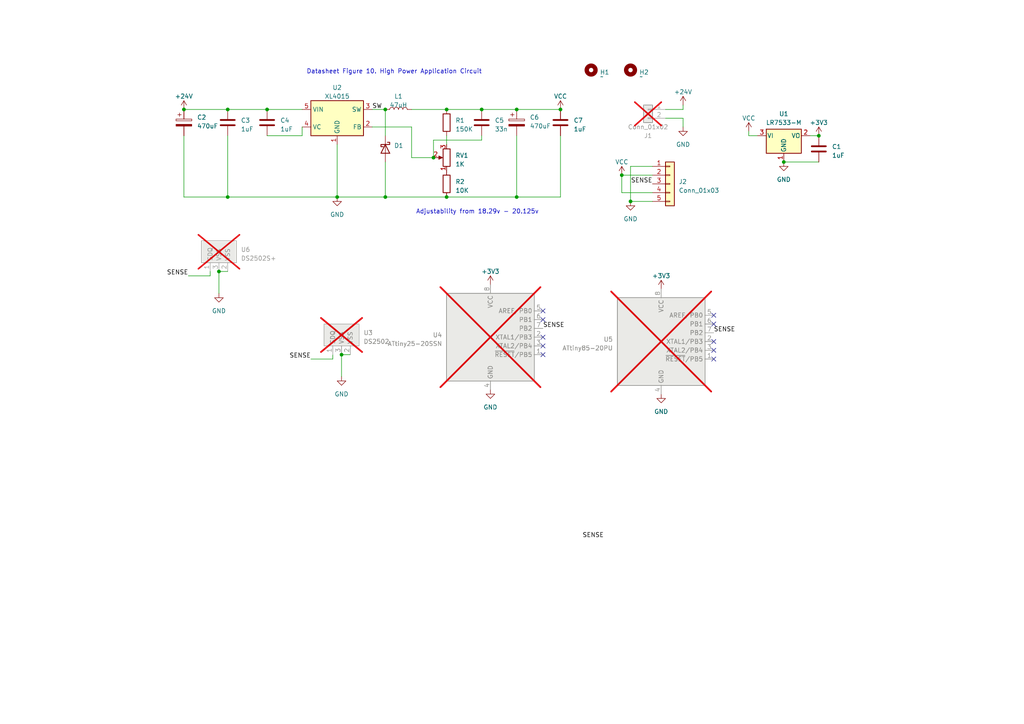
<source format=kicad_sch>
(kicad_sch (version 20230121) (generator eeschema)
  (paper "A4")
  (lib_symbols
    (symbol "Connector_Generic:Conn_01x02" (pin_names (offset 1.016) hide)
      (property "Reference" "J" (at 0 2.54 0))
      (property "Value" "Conn_01x02" (at 0 -5.08 0))
      (symbol "Conn_01x02_1_1"
        (rectangle (start -1.27 -2.413) (end 0 -2.667) (stroke (width 0.1524)))
        (rectangle (start -1.27 0.127) (end 0 -0.127) (stroke (width 0.1524)))
        (rectangle (start -1.27 1.27) (end 1.27 -3.81) (stroke (width 0.254)) (fill (type background)))
        (pin passive line (at -5.08 0 0) (length 3.81) (name "Pin_1") (number "1"))
        (pin passive line (at -5.08 -2.54 0) (length 3.81) (name "Pin_2") (number "2"))
      )
    )
    (symbol "Connector_Generic:Conn_01x05" (pin_names (offset 1.016) hide)
      (property "Reference" "J" (at 0 7.62 0))
      (property "Value" "Conn_01x05" (at 0 -7.62 0))
      (symbol "Conn_01x05_1_1"
        (rectangle (start -1.27 -4.953) (end 0 -5.207) (stroke (width 0.1524)))
        (rectangle (start -1.27 -2.413) (end 0 -2.667) (stroke (width 0.1524)))
        (rectangle (start -1.27 0.127) (end 0 -0.127) (stroke (width 0.1524)))
        (rectangle (start -1.27 2.667) (end 0 2.413) (stroke (width 0.1524)))
        (rectangle (start -1.27 5.207) (end 0 4.953) (stroke (width 0.1524)))
        (rectangle (start -1.27 6.35) (end 1.27 -6.35) (stroke (width 0.254)) (fill (type background)))
        (pin passive line (at -5.08 5.08 0) (length 3.81) (name "Pin_1") (number "1"))
        (pin passive line (at -5.08 2.54 0) (length 3.81) (name "Pin_2") (number "2"))
        (pin passive line (at -5.08 0 0) (length 3.81) (name "Pin_3") (number "3"))
        (pin passive line (at -5.08 -2.54 0) (length 3.81) (name "Pin_4") (number "4"))
        (pin passive line (at -5.08 -5.08 0) (length 3.81) (name "Pin_5") (number "5"))
      )
    )
    (symbol "Device:C" (pin_numbers hide) (pin_names (offset 0.254))
      (property "Reference" "C" (at 0.635 2.54 0))
      (property "Value" "C" (at 0.635 -2.54 0))
      (symbol "C_0_1"
        (polyline (pts (xy -2.032 -0.762) (xy 2.032 -0.762)) (stroke (width 0.508)))
        (polyline (pts (xy -2.032 0.762) (xy 2.032 0.762)) (stroke (width 0.508)))
      )
      (symbol "C_1_1"
        (pin passive line (at 0 3.81 270) (length 2.794) (name "~") (number "1"))
        (pin passive line (at 0 -3.81 90) (length 2.794) (name "~") (number "2"))
      )
    )
    (symbol "Device:C_Polarized" (pin_numbers hide) (pin_names (offset 0.254))
      (property "Reference" "C" (at 0.635 2.54 0))
      (property "Value" "C_Polarized" (at 0.635 -2.54 0))
      (symbol "C_Polarized_0_1"
        (rectangle (start -2.286 0.508) (end 2.286 1.016))
        (polyline (pts (xy -1.778 2.286) (xy -0.762 2.286)))
        (polyline (pts (xy -1.27 2.794) (xy -1.27 1.778)))
        (rectangle (start 2.286 -0.508) (end -2.286 -1.016) (fill (type outline)))
      )
      (symbol "C_Polarized_1_1"
        (pin passive line (at 0 3.81 270) (length 2.794) (name "~") (number "1"))
        (pin passive line (at 0 -3.81 90) (length 2.794) (name "~") (number "2"))
      )
    )
    (symbol "Device:D_Schottky" (pin_numbers hide) (pin_names (offset 1.016) hide)
      (property "Reference" "D" (at 0 2.54 0))
      (property "Value" "D_Schottky" (at 0 -2.54 0))
      (symbol "D_Schottky_0_1"
        (polyline (pts (xy 1.27 0) (xy -1.27 0)))
        (polyline (pts (xy 1.27 1.27) (xy 1.27 -1.27) (xy -1.27 0) (xy 1.27 1.27)) (stroke (width 0.254)))
        (polyline (pts (xy -1.905 0.635) (xy -1.905 1.27) (xy -1.27 1.27) (xy -1.27 -1.27) (xy -0.635 -1.27) (xy -0.635 -0.635)) (stroke (width 0.254)))
      )
      (symbol "D_Schottky_1_1"
        (pin passive line (at -3.81 0 0) (length 2.54) (name "K") (number "1"))
        (pin passive line (at 3.81 0 180) (length 2.54) (name "A") (number "2"))
      )
    )
    (symbol "Device:L" (pin_numbers hide) (pin_names (offset 1.016) hide)
      (property "Reference" "L" (at -1.27 0 90))
      (property "Value" "L" (at 1.905 0 90))
      (symbol "L_0_1"
        (arc (start 0 -2.54) (mid 0.6323 -1.905) (end 0 -1.27))
        (arc (start 0 -1.27) (mid 0.6323 -0.635) (end 0 0))
        (arc (start 0 0) (mid 0.6323 0.635) (end 0 1.27))
        (arc (start 0 1.27) (mid 0.6323 1.905) (end 0 2.54))
      )
      (symbol "L_1_1"
        (pin passive line (at 0 3.81 270) (length 1.27) (name "1") (number "1"))
        (pin passive line (at 0 -3.81 90) (length 1.27) (name "2") (number "2"))
      )
    )
    (symbol "Device:R" (pin_numbers hide) (pin_names (offset 0))
      (property "Reference" "R" (at 2.032 0 90))
      (property "Value" "R" (at 0 0 90))
      (symbol "R_0_1"
        (rectangle (start -1.016 -2.54) (end 1.016 2.54) (stroke (width 0.254)))
      )
      (symbol "R_1_1"
        (pin passive line (at 0 3.81 270) (length 1.27) (name "~") (number "1"))
        (pin passive line (at 0 -3.81 90) (length 1.27) (name "~") (number "2"))
      )
    )
    (symbol "Device:R_Potentiometer" (pin_names (offset 1.016) hide)
      (property "Reference" "RV" (at -4.445 0 90))
      (property "Value" "R_Potentiometer" (at -2.54 0 90))
      (symbol "R_Potentiometer_0_1"
        (polyline (pts (xy 2.54 0) (xy 1.524 0)))
        (polyline (pts (xy 1.143 0) (xy 2.286 0.508) (xy 2.286 -0.508) (xy 1.143 0)) (fill (type outline)))
        (rectangle (start 1.016 2.54) (end -1.016 -2.54) (stroke (width 0.254)))
      )
      (symbol "R_Potentiometer_1_1"
        (pin passive line (at 0 3.81 270) (length 1.27) (name "1") (number "1"))
        (pin passive line (at 3.81 0 180) (length 1.27) (name "2") (number "2"))
        (pin passive line (at 0 -3.81 90) (length 1.27) (name "3") (number "3"))
      )
    )
    (symbol "MCU_Microchip_ATtiny:ATtiny25-20SS"
      (property "Reference" "U" (at -12.7 13.97 0))
      (property "Value" "ATtiny25-20SS" (at 2.54 -13.97 0))
      (symbol "ATtiny25-20SS_0_1"
        (rectangle (start -12.7 -12.7) (end 12.7 12.7) (stroke (width 0.254)) (fill (type background)))
      )
      (symbol "ATtiny25-20SS_1_1"
        (pin bidirectional line (at 15.24 -5.08 180) (length 2.54) (name "~{RESET}/PB5") (number "1"))
        (pin bidirectional line (at 15.24 0 180) (length 2.54) (name "XTAL1/PB3") (number "2"))
        (pin bidirectional line (at 15.24 -2.54 180) (length 2.54) (name "XTAL2/PB4") (number "3"))
        (pin power_in line (at 0 -15.24 90) (length 2.54) (name "GND") (number "4"))
        (pin bidirectional line (at 15.24 7.62 180) (length 2.54) (name "AREF/PB0") (number "5"))
        (pin bidirectional line (at 15.24 5.08 180) (length 2.54) (name "PB1") (number "6"))
        (pin bidirectional line (at 15.24 2.54 180) (length 2.54) (name "PB2") (number "7"))
        (pin power_in line (at 0 15.24 270) (length 2.54) (name "VCC") (number "8"))
      )
    )
    (symbol "MCU_Microchip_ATtiny:ATtiny85-20P"
      (property "Reference" "U" (at -12.7 13.97 0))
      (property "Value" "ATtiny85-20P" (at 2.54 -13.97 0))
      (symbol "ATtiny85-20P_0_1"
        (rectangle (start -12.7 -12.7) (end 12.7 12.7) (stroke (width 0.254)) (fill (type background)))
      )
      (symbol "ATtiny85-20P_1_1"
        (pin bidirectional line (at 15.24 -5.08 180) (length 2.54) (name "~{RESET}/PB5") (number "1"))
        (pin bidirectional line (at 15.24 0 180) (length 2.54) (name "XTAL1/PB3") (number "2"))
        (pin bidirectional line (at 15.24 -2.54 180) (length 2.54) (name "XTAL2/PB4") (number "3"))
        (pin power_in line (at 0 -15.24 90) (length 2.54) (name "GND") (number "4"))
        (pin bidirectional line (at 15.24 7.62 180) (length 2.54) (name "AREF/PB0") (number "5"))
        (pin bidirectional line (at 15.24 5.08 180) (length 2.54) (name "PB1") (number "6"))
        (pin bidirectional line (at 15.24 2.54 180) (length 2.54) (name "PB2") (number "7"))
        (pin power_in line (at 0 15.24 270) (length 2.54) (name "VCC") (number "8"))
      )
    )
    (symbol "Mechanical:MountingHole" (pin_names (offset 1.016))
      (property "Reference" "H" (at 0 5.08 0))
      (property "Value" "MountingHole" (at 0 3.175 0))
      (symbol "MountingHole_0_1"
        (circle (center 0 0) (radius 1.27) (stroke (width 1.27)))
      )
    )
    (symbol "Optiplower:DS2502"
      (property "Reference" "U" (at -3.81 3.81 0))
      (property "Value" "DS2502+" (at 0 0 0))
      (symbol "DS2502_1_1"
        (rectangle (start -5.08 2.54) (end 5.08 -3.81) (fill (type background)))
        (pin input line (at -2.54 -6.35 90) (length 2.54) (name "SDQ") (number "1"))
        (pin input line (at 2.54 -6.35 90) (length 2.54) (name "VSS") (number "2"))
        (pin input line (at 0 -6.35 90) (length 2.54) (name "VSS") (number "3"))
      )
    )
    (symbol "Regulator_Linear:AZ1117-3.3" (pin_names (offset 0.254))
      (property "Reference" "U" (at -3.81 3.175 0))
      (property "Value" "AZ1117-3.3" (at 0 3.175 0))
      (symbol "AZ1117-3.3_0_1"
        (rectangle (start -5.08 1.905) (end 5.08 -5.08) (stroke (width 0.254)) (fill (type background)))
      )
      (symbol "AZ1117-3.3_1_1"
        (pin power_in line (at 0 -7.62 90) (length 2.54) (name "GND") (number "1"))
        (pin power_out line (at 7.62 0 180) (length 2.54) (name "VO") (number "2"))
        (pin power_in line (at -7.62 0 0) (length 2.54) (name "VI") (number "3"))
      )
    )
    (symbol "Regulator_Switching:XL4015"
      (property "Reference" "U?" (at -6.35 6.35 0))
      (property "Value" "XL4015" (at 6.35 6.35 0))
      (symbol "XL4015_0_1"
        (rectangle (start -7.62 5.08) (end 7.62 -5.08) (stroke (width 0.254)) (fill (type background)))
      )
      (symbol "XL4015_1_1"
        (pin power_in line (at 0 -7.62 90) (length 2.54) (name "GND") (number "1"))
        (pin input line (at 10.16 -2.54 180) (length 2.54) (name "FB") (number "2"))
        (pin power_out line (at 10.16 2.54 180) (length 2.54) (name "SW") (number "3"))
        (pin input line (at -10.16 -2.54 0) (length 2.54) (name "VC") (number "4"))
        (pin power_in line (at -10.16 2.54 0) (length 2.54) (name "VIN") (number "5"))
      )
    )
    (symbol "power:+24V" (power) (pin_names (offset 0))
      (property "Value" "+24V" (at 0 3.556 0))
      (symbol "+24V_0_1"
        (polyline (pts (xy -0.762 1.27) (xy 0 2.54)))
        (polyline (pts (xy 0 0) (xy 0 2.54)))
        (polyline (pts (xy 0 2.54) (xy 0.762 1.27)))
      )
      (symbol "+24V_1_1"
        (pin power_in line (at 0 0 90) (length 0) hide (name "+24V") (number "1"))
      )
    )
    (symbol "power:+3V3" (power) (pin_names (offset 0))
      (property "Value" "+3V3" (at 0 3.556 0))
      (symbol "+3V3_0_1"
        (polyline (pts (xy -0.762 1.27) (xy 0 2.54)))
        (polyline (pts (xy 0 0) (xy 0 2.54)))
        (polyline (pts (xy 0 2.54) (xy 0.762 1.27)))
      )
      (symbol "+3V3_1_1"
        (pin power_in line (at 0 0 90) (length 0) hide (name "+3V3") (number "1"))
      )
    )
    (symbol "power:GND" (power) (pin_names (offset 0))
      (property "Value" "GND" (at 0 -3.81 0))
      (symbol "GND_0_1"
        (polyline (pts (xy 0 0) (xy 0 -1.27) (xy 1.27 -1.27) (xy 0 -2.54) (xy -1.27 -1.27) (xy 0 -1.27)))
      )
      (symbol "GND_1_1"
        (pin power_in line (at 0 0 270) (length 0) hide (name "GND") (number "1"))
      )
    )
    (symbol "power:VCC" (power) (pin_names (offset 0))
      (property "Value" "VCC" (at 0 3.81 0))
      (symbol "VCC_0_1"
        (polyline (pts (xy -0.762 1.27) (xy 0 2.54)))
        (polyline (pts (xy 0 0) (xy 0 2.54)))
        (polyline (pts (xy 0 2.54) (xy 0.762 1.27)))
      )
      (symbol "VCC_1_1"
        (pin power_in line (at 0 0 90) (length 0) hide (name "VCC") (number "1"))
      )
    )
  )
  (junction (at 125.73 45.72))
  (junction (at 53.34 31.75))
  (junction (at 77.47 31.75))
  (junction (at 227.33 46.99))
  (junction (at 149.86 57.15))
  (junction (at 237.49 39.37))
  (junction (at 66.04 57.15))
  (junction (at 129.54 57.15))
  (junction (at 111.76 31.75))
  (junction (at 97.79 57.15))
  (junction (at 66.04 31.75))
  (junction (at 162.56 31.75))
  (junction (at 111.76 57.15))
  (junction (at 63.5 78.74))
  (junction (at 129.54 31.75))
  (junction (at 139.7 31.75))
  (junction (at 182.88 58.42))
  (junction (at 180.34 50.8))
  (junction (at 99.06 102.87))
  (junction (at 149.86 31.75))
  (no_connect (at 157.48 92.71))
  (no_connect (at 207.01 99.06))
  (no_connect (at 157.48 90.17))
  (no_connect (at 157.48 97.79))
  (no_connect (at 207.01 91.44))
  (no_connect (at 157.48 100.33))
  (no_connect (at 207.01 93.98))
  (no_connect (at 157.48 102.87))
  (no_connect (at 207.01 101.6))
  (no_connect (at 207.01 104.14))
  (wire (pts (xy 219.71 39.37) (xy 217.17 39.37)))
  (wire (pts (xy 119.38 31.75) (xy 129.54 31.75)))
  (wire (pts (xy 66.04 31.75) (xy 77.47 31.75)))
  (wire (pts (xy 53.34 31.75) (xy 66.04 31.75)))
  (wire (pts (xy 217.17 39.37) (xy 217.17 38.1)))
  (wire (pts (xy 189.23 50.8) (xy 180.34 50.8)))
  (wire (pts (xy 53.34 39.37) (xy 53.34 57.15)))
  (wire (pts (xy 227.33 46.99) (xy 237.49 46.99)))
  (wire (pts (xy 66.04 39.37) (xy 66.04 57.15)))
  (wire (pts (xy 111.76 57.15) (xy 129.54 57.15)))
  (wire (pts (xy 99.06 102.87) (xy 99.06 109.22)))
  (wire (pts (xy 77.47 31.75) (xy 87.63 31.75)))
  (wire (pts (xy 193.04 31.75) (xy 198.12 31.75)))
  (wire (pts (xy 63.5 78.74) (xy 63.5 85.09)))
  (wire (pts (xy 119.38 45.72) (xy 125.73 45.72)))
  (wire (pts (xy 87.63 39.37) (xy 87.63 36.83)))
  (wire (pts (xy 97.79 41.91) (xy 97.79 57.15)))
  (wire (pts (xy 107.95 36.83) (xy 119.38 36.83)))
  (wire (pts (xy 193.04 34.29) (xy 198.12 34.29)))
  (wire (pts (xy 60.96 78.74) (xy 60.96 80.01)))
  (wire (pts (xy 111.76 46.99) (xy 111.76 57.15)))
  (wire (pts (xy 139.7 40.64) (xy 125.73 40.64)))
  (wire (pts (xy 77.47 39.37) (xy 87.63 39.37)))
  (wire (pts (xy 119.38 36.83) (xy 119.38 45.72)))
  (wire (pts (xy 54.61 80.01) (xy 60.96 80.01)))
  (wire (pts (xy 139.7 39.37) (xy 139.7 40.64)))
  (wire (pts (xy 149.86 31.75) (xy 162.56 31.75)))
  (wire (pts (xy 182.88 58.42) (xy 189.23 58.42)))
  (wire (pts (xy 162.56 57.15) (xy 149.86 57.15)))
  (wire (pts (xy 180.34 50.8) (xy 180.34 55.88)))
  (wire (pts (xy 129.54 31.75) (xy 139.7 31.75)))
  (wire (pts (xy 149.86 57.15) (xy 129.54 57.15)))
  (wire (pts (xy 180.34 55.88) (xy 189.23 55.88)))
  (wire (pts (xy 90.17 104.14) (xy 96.52 104.14)))
  (wire (pts (xy 162.56 39.37) (xy 162.56 57.15)))
  (wire (pts (xy 97.79 57.15) (xy 111.76 57.15)))
  (wire (pts (xy 234.95 39.37) (xy 237.49 39.37)))
  (wire (pts (xy 107.95 31.75) (xy 111.76 31.75)))
  (wire (pts (xy 149.86 39.37) (xy 149.86 57.15)))
  (wire (pts (xy 198.12 34.29) (xy 198.12 36.83)))
  (wire (pts (xy 96.52 102.87) (xy 96.52 104.14)))
  (wire (pts (xy 53.34 57.15) (xy 66.04 57.15)))
  (wire (pts (xy 66.04 57.15) (xy 97.79 57.15)))
  (wire (pts (xy 129.54 39.37) (xy 129.54 41.91)))
  (wire (pts (xy 189.23 48.26) (xy 182.88 48.26)))
  (wire (pts (xy 182.88 48.26) (xy 182.88 58.42)))
  (wire (pts (xy 198.12 31.75) (xy 198.12 30.48)))
  (wire (pts (xy 111.76 31.75) (xy 111.76 39.37)))
  (wire (pts (xy 63.5 78.74) (xy 66.04 78.74)))
  (wire (pts (xy 99.06 102.87) (xy 101.6 102.87)))
  (wire (pts (xy 125.73 40.64) (xy 125.73 45.72)))
  (wire (pts (xy 139.7 31.75) (xy 149.86 31.75)))
  (text "Adjustability from 18.29v - 20.125v" (at 120.65 62.23 0) (effects (font (size 1.27 1.27)) (justify left bottom)))
  (text "Datasheet Figure 10. High Power Application Circuit" (at 88.9 21.59 0) (effects (font (size 1.27 1.27)) (justify left bottom)))
  (label "SENSE" (at 54.61 80.01 180))
  (label "SENSE" (at 90.17 104.14 180))
  (label "SENSE" (at 189.23 53.34 180))
  (label "SW" (at 107.95 31.75 0))
  (label "SENSE" (at 168.91 156.21 0))
  (label "SENSE" (at 207.01 96.52 0))
  (label "SENSE" (at 157.48 95.25 0))
  (symbol (lib_id "Device:C") (at 66.04 35.56 0) (unit 1)
    (property "Reference" "C3" (at 69.85 34.925 0) (effects (justify left)))
    (property "Value" "1uF" (at 69.85 37.465 0) (effects (justify left)))
    (property "Footprint" "Capacitor_SMD:C_0805_2012Metric_Pad1.18x1.45mm_HandSolder" (effects hide))
    (property "LCSC" "C28323" (effects hide))
    (property "SmartMatch" "1uF X7R 0805" (effects hide))
  )
  (symbol (lib_id "power:VCC") (at 180.34 50.8 0) (unit 1)
    (property "Reference" "#PWR014" (effects hide))
    (property "Value" "VCC" (at 180.34 46.99 0))
  )
  (symbol (lib_id "power:GND") (at 227.33 46.99 0) (unit 1)
    (property "Reference" "#PWR04" (effects hide))
    (property "Value" "GND" (at 227.33 52.07 0))
  )
  (symbol (lib_id "power:+3V3") (at 237.49 39.37 0) (unit 1)
    (property "Reference" "#PWR05" (effects hide))
    (property "Value" "+3V3" (at 237.49 35.56 0))
  )
  (symbol (lib_id "power:GND") (at 182.88 58.42 0) (unit 1)
    (property "Reference" "#PWR015" (effects hide))
    (property "Value" "GND" (at 182.88 63.5 0))
  )
  (symbol (lib_id "Regulator_Switching:XL4015") (at 97.79 34.29 0) (unit 1)
    (property "Reference" "U2" (at 97.79 25.4 0))
    (property "Value" "XL4015" (at 97.79 27.94 0))
    (property "Footprint" "Package_TO_SOT_SMD:TO-263-5_TabPin3" (effects hide))
    (property "Datasheet" "http://www.xlsemi.net/datasheet/XL4015%20datasheet-English.pdf" (effects hide))
    (property "LCSC" "C51661" (effects hide))
    (property "MPN" "XL4015E1 " (effects hide))
    (property "Manufacturer" "XLSEMI" (effects hide))
  )
  (symbol (lib_id "power:+24V") (at 198.12 30.48 0) (unit 1)
    (property "Reference" "#PWR02" (effects hide))
    (property "Value" "+24V" (at 198.12 26.67 0))
  )
  (symbol (lib_id "power:GND") (at 142.24 113.03 0) (unit 1)
    (property "Reference" "#PWR010" (effects hide))
    (property "Value" "GND" (at 142.24 118.11 0))
  )
  (symbol (lib_id "Device:C_Polarized") (at 149.86 35.56 0) (unit 1)
    (property "Reference" "C6" (at 153.67 34.036 0) (effects (justify left)))
    (property "Value" "470uF" (at 153.67 36.576 0) (effects (justify left)))
    (property "Footprint" "Optiplower:CP_Radial_D8.0mm_P3.50mm_H11.5" (effects hide))
    (property "LCSC" "C88730" (effects hide))
    (property "MPN" "25PX470MEFC8X11.5" (effects hide))
    (property "Manufacturer" "Rubycon" (effects hide))
  )
  (symbol (lib_id "MCU_Microchip_ATtiny:ATtiny85-20P") (at 191.77 99.06 0) (unit 1) (in_bom no) (dnp yes)
    (property "Reference" "U5" (at 177.8 98.425 0) (effects (justify right)))
    (property "Value" "ATtiny85-20PU" (at 177.8 100.965 0) (effects (justify right)))
    (property "Footprint" "Package_DIP:DIP-8_W7.62mm" (effects hide))
    (property "Datasheet" "http://ww1.microchip.com/downloads/en/DeviceDoc/atmel-2586-avr-8-bit-microcontroller-attiny25-attiny45-attiny85_datasheet.pdf" (effects hide))
    (property "LCSC" "C965497" (effects hide))
    (property "MPN" "ATtiny85-20PU" (effects hide))
    (property "Manufacturer" "Microchip" (effects hide))
    (property "Farnell PN" "1455162" (effects hide))
  )
  (symbol (lib_id "Connector_Generic:Conn_01x02") (at 187.96 31.75 0) (mirror y) (unit 1) (in_bom no) (dnp yes)
    (property "Reference" "J1" (at 187.96 39.37 0))
    (property "Value" "Conn_01x02" (at 187.96 36.83 0))
    (property "Footprint" "Optiplower:5.08_PWR_IN" (effects hide))
  )
  (symbol (lib_id "MCU_Microchip_ATtiny:ATtiny25-20SS") (at 142.24 97.79 0) (unit 1) (in_bom no) (dnp yes)
    (property "Reference" "U4" (at 128.27 97.155 0) (effects (justify right)))
    (property "Value" "ATtiny25-20SSN" (at 128.27 99.695 0) (effects (justify right)))
    (property "Footprint" "Package_SO:SOIC-8_3.9x4.9mm_P1.27mm" (effects hide))
    (property "Datasheet" "http://ww1.microchip.com/downloads/en/DeviceDoc/atmel-2586-avr-8-bit-microcontroller-attiny25-attiny45-attiny85_datasheet.pdf" (effects hide))
    (property "LCSC" "C1339960" (effects hide))
    (property "MPN" "ATtiny25-20SSN" (effects hide))
    (property "Manufacturer" "Microchip" (effects hide))
    (property "Farnell PN" "2774976" (effects hide))
  )
  (symbol (lib_id "Device:R") (at 129.54 35.56 0) (unit 1)
    (property "Reference" "R1" (at 132.08 34.925 0) (effects (justify left)))
    (property "Value" "150K" (at 132.08 37.465 0) (effects (justify left)))
    (property "Footprint" "Resistor_SMD:R_0805_2012Metric_Pad1.20x1.40mm_HandSolder" (effects hide))
    (property "LCSC" "C17470" (effects hide))
    (property "SmartMatch" "150K 0805 1%" (effects hide))
  )
  (symbol (lib_id "power:+3V3") (at 142.24 82.55 0) (unit 1)
    (property "Reference" "#PWR09" (effects hide))
    (property "Value" "+3V3" (at 142.24 78.74 0))
  )
  (symbol (lib_id "Connector_Generic:Conn_01x05") (at 194.31 53.34 0) (unit 1) (in_bom no)
    (property "Reference" "J2" (at 196.85 52.705 0) (effects (justify left)))
    (property "Value" "Conn_01x03" (at 196.85 55.245 0) (effects (justify left)))
    (property "Footprint" "Connector_PinHeader_1.27mm:PinHeader_1x05_P1.27mm_Vertical" (effects hide))
  )
  (symbol (lib_id "Device:C") (at 139.7 35.56 0) (unit 1)
    (property "Reference" "C5" (at 143.51 34.925 0) (effects (justify left)))
    (property "Value" "33n" (at 143.51 37.465 0) (effects (justify left)))
    (property "Footprint" "Capacitor_SMD:C_0805_2012Metric_Pad1.18x1.45mm_HandSolder" (effects hide))
    (property "LCSC" "C1739" (effects hide))
    (property "SmartMatch" "33n X7R 0805" (effects hide))
  )
  (symbol (lib_id "Device:C") (at 237.49 43.18 0) (unit 1)
    (property "Reference" "C1" (at 241.3 42.545 0) (effects (justify left)))
    (property "Value" "1uF" (at 241.3 45.085 0) (effects (justify left)))
    (property "Footprint" "Capacitor_SMD:C_0805_2012Metric_Pad1.18x1.45mm_HandSolder" (effects hide))
    (property "LCSC" "C28323" (effects hide))
    (property "SmartMatch" "1uF X7R 0805" (effects hide))
  )
  (symbol (lib_id "power:VCC") (at 162.56 31.75 0) (unit 1)
    (property "Reference" "#PWR011" (effects hide))
    (property "Value" "VCC" (at 162.56 27.94 0))
  )
  (symbol (lib_id "Mechanical:MountingHole") (at 182.88 20.32 0) (unit 1)
    (property "Reference" "H2" (at 185.42 20.955 0) (effects (justify left)))
    (property "Value" "~" (at 185.42 22.225 0) (effects (justify left)))
    (property "Footprint" "MountingHole:MountingHole_2.2mm_M2" (effects hide))
  )
  (symbol (lib_id "Mechanical:MountingHole") (at 171.45 20.32 0) (unit 1)
    (property "Reference" "H1" (at 173.99 20.955 0) (effects (justify left)))
    (property "Value" "~" (at 173.99 22.225 0) (effects (justify left)))
    (property "Footprint" "MountingHole:MountingHole_2.2mm_M2" (effects hide))
  )
  (symbol (lib_id "Device:L") (at 115.57 31.75 90) (unit 1)
    (property "Reference" "L1" (at 115.57 27.94 90))
    (property "Value" "47uH" (at 115.57 30.48 90))
    (property "Footprint" "Optiplower:L_MDA1050_10x11mm" (effects hide))
    (property "LCSC" "C2847567" (effects hide))
    (property "MPN" "MDA1050-470M" (effects hide))
    (property "Manufacturer" "Koher" (effects hide))
  )
  (symbol (lib_id "power:GND") (at 191.77 114.3 0) (unit 1)
    (property "Reference" "#PWR013" (effects hide))
    (property "Value" "GND" (at 191.77 119.38 0))
  )
  (symbol (lib_id "power:GND") (at 198.12 36.83 0) (unit 1)
    (property "Reference" "#PWR03" (effects hide))
    (property "Value" "GND" (at 198.12 41.91 0))
  )
  (symbol (lib_id "power:GND") (at 63.5 85.09 0) (unit 1)
    (property "Reference" "#PWR016" (effects hide))
    (property "Value" "GND" (at 63.5 90.17 0))
  )
  (symbol (lib_id "power:GND") (at 99.06 109.22 0) (unit 1)
    (property "Reference" "#PWR08" (effects hide))
    (property "Value" "GND" (at 99.06 114.3 0))
  )
  (symbol (lib_id "power:+24V") (at 53.34 31.75 0) (unit 1)
    (property "Reference" "#PWR06" (effects hide))
    (property "Value" "+24V" (at 53.34 27.94 0))
  )
  (symbol (lib_id "Device:D_Schottky") (at 111.76 43.18 270) (unit 1)
    (property "Reference" "D1" (at 114.3 42.2275 90) (effects (justify left)))
    (property "Value" "SK84B" (effects hide))
    (property "Footprint" "Diode_SMD:D_SMB_Handsoldering" (effects hide))
    (property "Datasheet" "https://datasheet.lcsc.com/lcsc/2208181800_GOODWORK-MBRD1045_C5137764.pdf" (effects hide))
    (property "LCSC" "C65016" (effects hide))
    (property "MPN" "SK84B" (effects hide))
    (property "Manufacturer" "MDD" (effects hide))
  )
  (symbol (lib_id "Device:C") (at 162.56 35.56 0) (unit 1)
    (property "Reference" "C7" (at 166.37 34.925 0) (effects (justify left)))
    (property "Value" "1uF" (at 166.37 37.465 0) (effects (justify left)))
    (property "Footprint" "Capacitor_SMD:C_0805_2012Metric_Pad1.18x1.45mm_HandSolder" (effects hide))
    (property "LCSC" "C28323" (effects hide))
    (property "SmartMatch" "1uF X7R 0805" (effects hide))
  )
  (symbol (lib_id "Device:C_Polarized") (at 53.34 35.56 0) (unit 1)
    (property "Reference" "C2" (at 57.15 34.036 0) (effects (justify left)))
    (property "Value" "470uF" (at 57.15 36.576 0) (effects (justify left)))
    (property "Footprint" "Optiplower:CP_Radial_D8.0mm_P3.50mm_H11.5" (effects hide))
    (property "LCSC" "C88730" (effects hide))
    (property "MPN" "25PX470MEFC8X11.5" (effects hide))
    (property "Manufacturer" "Rubycon" (effects hide))
  )
  (symbol (lib_id "Device:R_Potentiometer") (at 129.54 45.72 180) (unit 1)
    (property "Reference" "RV1" (at 132.08 45.085 0) (effects (justify right)))
    (property "Value" "1K" (at 132.08 47.625 0) (effects (justify right)))
    (property "Footprint" "Potentiometer_SMD:Potentiometer_Bourns_TC33X_Vertical" (effects hide))
    (property "LCSC" "C719174" (effects hide))
    (property "MPN" "TC33X-2-102E" (effects hide))
    (property "Manufacturer" "Bourns" (effects hide))
  )
  (symbol (lib_id "Optiplower:DS2502") (at 99.06 96.52 0) (unit 1) (in_bom no) (dnp yes)
    (property "Reference" "U3" (at 105.41 96.52 0) (effects (justify left)))
    (property "Value" "DS2502" (at 105.41 99.06 0) (effects (justify left)))
    (property "Footprint" "Package_TO_SOT_THT:TO-92_Inline" (effects hide))
    (property "Datasheet" "https://www.analog.com/media/en/technical-documentation/data-sheets/DS2502.pdf" (effects hide))
  )
  (symbol (lib_id "power:GND") (at 97.79 57.15 0) (unit 1)
    (property "Reference" "#PWR07" (effects hide))
    (property "Value" "GND" (at 97.79 62.23 0))
  )
  (symbol (lib_id "Device:C") (at 77.47 35.56 0) (unit 1)
    (property "Reference" "C4" (at 81.28 34.925 0) (effects (justify left)))
    (property "Value" "1uF" (at 81.28 37.465 0) (effects (justify left)))
    (property "Footprint" "Capacitor_SMD:C_0805_2012Metric_Pad1.18x1.45mm_HandSolder" (effects hide))
    (property "LCSC" "C28323" (effects hide))
    (property "SmartMatch" "1uF X7R 0805" (effects hide))
  )
  (symbol (lib_id "power:+3V3") (at 191.77 83.82 0) (unit 1)
    (property "Reference" "#PWR012" (effects hide))
    (property "Value" "+3V3" (at 191.77 80.01 0))
  )
  (symbol (lib_id "Device:R") (at 129.54 53.34 0) (unit 1)
    (property "Reference" "R2" (at 132.08 52.705 0) (effects (justify left)))
    (property "Value" "10K" (at 132.08 55.245 0) (effects (justify left)))
    (property "Footprint" "Resistor_SMD:R_0805_2012Metric_Pad1.20x1.40mm_HandSolder" (effects hide))
    (property "LCSC" "C17414" (effects hide))
    (property "SmartMatch" "10K 0805 1%" (effects hide))
  )
  (symbol (lib_id "power:VCC") (at 217.17 38.1 0) (unit 1)
    (property "Reference" "#PWR01" (effects hide))
    (property "Value" "VCC" (at 217.17 34.29 0))
  )
  (symbol (lib_id "Regulator_Linear:AZ1117-3.3") (at 227.33 39.37 0) (unit 1)
    (property "Reference" "U1" (at 227.33 33.02 0))
    (property "Value" "LR7533-M" (at 227.33 35.56 0))
    (property "Footprint" "Package_TO_SOT_SMD:SOT-89-3_Handsoldering" (effects hide))
    (property "LCSC" "C486076" (effects hide))
    (property "MPN" "LR7533-M" (effects hide))
    (property "Manufacturer" "LR" (effects hide))
  )
  (symbol (lib_id "Optiplower:DS2502") (at 63.5 72.39 0) (unit 1) (in_bom no) (dnp yes)
    (property "Reference" "U6" (at 69.85 72.39 0) (effects (justify left)))
    (property "Value" "DS2502S+" (at 69.85 74.93 0) (effects (justify left)))
    (property "Footprint" "Package_TO_SOT_SMD:SOT-23" (effects hide))
    (property "Datasheet" "https://www.analog.com/media/en/technical-documentation/data-sheets/DS2502.pdf" (effects hide))
  )
)
</source>
